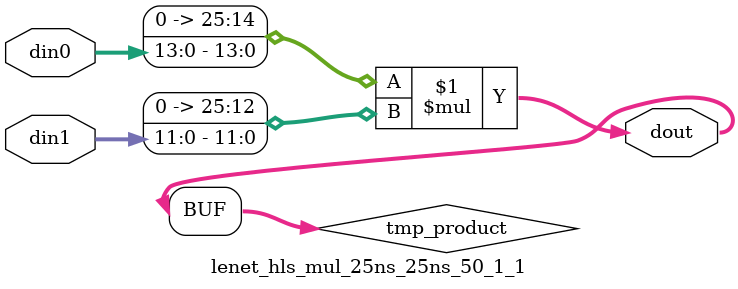
<source format=v>

`timescale 1 ns / 1 ps

 module lenet_hls_mul_25ns_25ns_50_1_1(din0, din1, dout);
parameter ID = 1;
parameter NUM_STAGE = 0;
parameter din0_WIDTH = 14;
parameter din1_WIDTH = 12;
parameter dout_WIDTH = 26;

input [din0_WIDTH - 1 : 0] din0; 
input [din1_WIDTH - 1 : 0] din1; 
output [dout_WIDTH - 1 : 0] dout;

wire signed [dout_WIDTH - 1 : 0] tmp_product;
























assign tmp_product = $signed({1'b0, din0}) * $signed({1'b0, din1});











assign dout = tmp_product;





















endmodule

</source>
